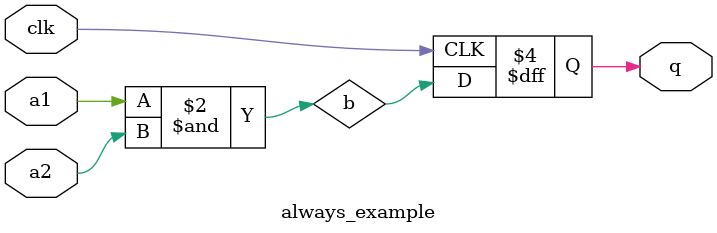
<source format=sv>
`timescale 1ns / 1ps

module always_example(
    input wire a1,
    input wire a2,
    input wire clk,
    output reg q
    );

reg b;

always @(a1 or a2) begin //always statement can be used with procedural timing control
b = a1 & a2;
end

always_ff @(posedge clk) begin
q <= b;
end
      
endmodule
</source>
